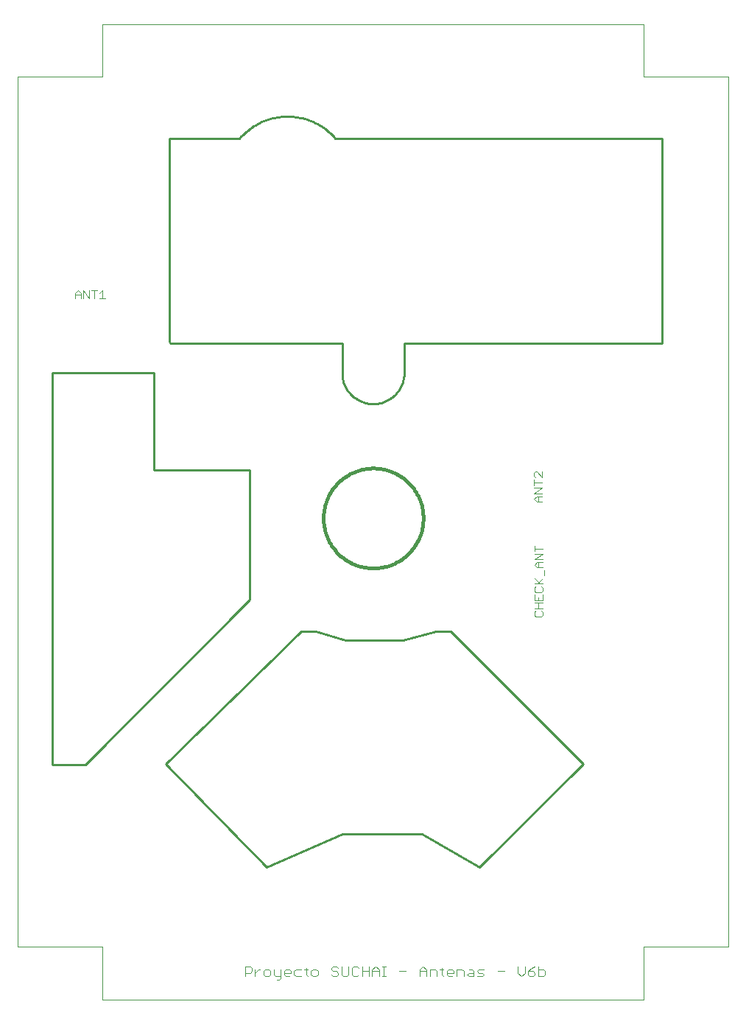
<source format=gto>
G75*
%MOIN*%
%OFA0B0*%
%FSLAX24Y24*%
%IPPOS*%
%LPD*%
%AMOC8*
5,1,8,0,0,1.08239X$1,22.5*
%
%ADD10C,0.0000*%
%ADD11C,0.0100*%
%ADD12C,0.0160*%
%ADD13C,0.0040*%
%ADD14C,0.0030*%
D10*
X000100Y002483D02*
X000100Y041849D01*
X003939Y041849D01*
X003941Y041849D01*
X003941Y044233D01*
X028437Y044233D01*
X028437Y041849D01*
X032277Y041849D01*
X032277Y002484D01*
X028437Y002484D01*
X028437Y000100D01*
X028437Y000100D01*
X003941Y000100D01*
X003941Y002484D01*
X000100Y002484D01*
X000100Y002483D02*
X000103Y002483D01*
X003939Y041849D02*
X003941Y041849D01*
X032139Y041852D02*
X032277Y041849D01*
D11*
X029234Y039076D02*
X014470Y039076D01*
X014401Y039154D01*
X014328Y039229D01*
X014253Y039302D01*
X014175Y039371D01*
X014095Y039438D01*
X014012Y039502D01*
X013927Y039563D01*
X013840Y039621D01*
X013751Y039675D01*
X013659Y039726D01*
X013566Y039774D01*
X013472Y039818D01*
X013376Y039859D01*
X013278Y039896D01*
X013179Y039930D01*
X013079Y039960D01*
X012978Y039987D01*
X012876Y040009D01*
X012773Y040028D01*
X012670Y040044D01*
X012566Y040055D01*
X012462Y040063D01*
X012357Y040067D01*
X012253Y040067D01*
X012148Y040063D01*
X012044Y040055D01*
X011940Y040044D01*
X011837Y040028D01*
X011734Y040009D01*
X011632Y039987D01*
X011531Y039960D01*
X011431Y039930D01*
X011332Y039896D01*
X011234Y039859D01*
X011138Y039818D01*
X011044Y039774D01*
X010951Y039726D01*
X010859Y039675D01*
X010770Y039621D01*
X010683Y039563D01*
X010598Y039502D01*
X010515Y039438D01*
X010435Y039371D01*
X010357Y039302D01*
X010282Y039229D01*
X010209Y039154D01*
X010140Y039076D01*
X010139Y039076D02*
X006990Y039076D01*
X006950Y039050D02*
X006950Y029850D01*
X007000Y029800D02*
X014800Y029800D01*
X014800Y028350D01*
X014786Y028328D02*
X014795Y028255D01*
X014808Y028182D01*
X014825Y028110D01*
X014845Y028040D01*
X014870Y027970D01*
X014898Y027901D01*
X014929Y027835D01*
X014964Y027770D01*
X015002Y027706D01*
X015044Y027645D01*
X015088Y027587D01*
X015136Y027530D01*
X015187Y027477D01*
X015240Y027426D01*
X015296Y027378D01*
X015355Y027332D01*
X015415Y027290D01*
X015478Y027252D01*
X015543Y027216D01*
X015610Y027184D01*
X015678Y027156D01*
X015747Y027131D01*
X015818Y027110D01*
X015890Y027093D01*
X015962Y027079D01*
X016036Y027070D01*
X016109Y027064D01*
X016183Y027062D01*
X016257Y027064D01*
X016330Y027070D01*
X016404Y027079D01*
X016476Y027093D01*
X016548Y027110D01*
X016619Y027131D01*
X016688Y027156D01*
X016756Y027184D01*
X016823Y027216D01*
X016888Y027252D01*
X016951Y027290D01*
X017011Y027332D01*
X017070Y027378D01*
X017126Y027426D01*
X017179Y027477D01*
X017230Y027530D01*
X017278Y027587D01*
X017322Y027645D01*
X017364Y027706D01*
X017402Y027770D01*
X017437Y027835D01*
X017468Y027901D01*
X017496Y027970D01*
X017521Y028040D01*
X017541Y028110D01*
X017558Y028182D01*
X017571Y028255D01*
X017580Y028328D01*
X017600Y028350D02*
X017600Y029800D01*
X029250Y029800D01*
X029250Y039050D01*
X019704Y016776D02*
X019031Y016776D01*
X017532Y016352D01*
X014943Y016352D01*
X013589Y016776D01*
X012919Y016776D01*
X006793Y010769D01*
X011368Y006104D01*
X014784Y007601D01*
X018384Y007601D01*
X021009Y006104D01*
X025691Y010769D01*
X019704Y016776D01*
X010609Y018182D02*
X010609Y024072D01*
X006257Y024072D01*
X006257Y028450D01*
X001678Y028450D01*
X001678Y010733D01*
X003163Y010733D01*
X010609Y018182D01*
D12*
X013930Y021887D02*
X013932Y021982D01*
X013938Y022076D01*
X013948Y022170D01*
X013962Y022264D01*
X013979Y022357D01*
X014001Y022449D01*
X014027Y022541D01*
X014056Y022631D01*
X014089Y022719D01*
X014125Y022807D01*
X014166Y022892D01*
X014210Y022976D01*
X014257Y023058D01*
X014308Y023138D01*
X014362Y023216D01*
X014419Y023291D01*
X014479Y023364D01*
X014543Y023435D01*
X014609Y023502D01*
X014678Y023567D01*
X014750Y023629D01*
X014824Y023688D01*
X014901Y023744D01*
X014979Y023796D01*
X015060Y023845D01*
X015143Y023891D01*
X015228Y023933D01*
X015315Y023971D01*
X015403Y024006D01*
X015492Y024037D01*
X015583Y024065D01*
X015675Y024088D01*
X015767Y024108D01*
X015861Y024124D01*
X015955Y024136D01*
X016049Y024144D01*
X016144Y024148D01*
X016238Y024148D01*
X016333Y024144D01*
X016427Y024136D01*
X016521Y024124D01*
X016615Y024108D01*
X016707Y024088D01*
X016799Y024065D01*
X016890Y024037D01*
X016979Y024006D01*
X017067Y023971D01*
X017154Y023933D01*
X017239Y023891D01*
X017321Y023845D01*
X017403Y023796D01*
X017481Y023744D01*
X017558Y023688D01*
X017632Y023629D01*
X017704Y023567D01*
X017773Y023502D01*
X017839Y023435D01*
X017903Y023364D01*
X017963Y023291D01*
X018020Y023216D01*
X018074Y023138D01*
X018125Y023058D01*
X018172Y022976D01*
X018216Y022892D01*
X018257Y022807D01*
X018293Y022719D01*
X018326Y022631D01*
X018355Y022541D01*
X018381Y022449D01*
X018403Y022357D01*
X018420Y022264D01*
X018434Y022170D01*
X018444Y022076D01*
X018450Y021982D01*
X018452Y021887D01*
X018450Y021792D01*
X018444Y021698D01*
X018434Y021604D01*
X018420Y021510D01*
X018403Y021417D01*
X018381Y021325D01*
X018355Y021233D01*
X018326Y021143D01*
X018293Y021055D01*
X018257Y020967D01*
X018216Y020882D01*
X018172Y020798D01*
X018125Y020716D01*
X018074Y020636D01*
X018020Y020558D01*
X017963Y020483D01*
X017903Y020410D01*
X017839Y020339D01*
X017773Y020272D01*
X017704Y020207D01*
X017632Y020145D01*
X017558Y020086D01*
X017481Y020030D01*
X017403Y019978D01*
X017322Y019929D01*
X017239Y019883D01*
X017154Y019841D01*
X017067Y019803D01*
X016979Y019768D01*
X016890Y019737D01*
X016799Y019709D01*
X016707Y019686D01*
X016615Y019666D01*
X016521Y019650D01*
X016427Y019638D01*
X016333Y019630D01*
X016238Y019626D01*
X016144Y019626D01*
X016049Y019630D01*
X015955Y019638D01*
X015861Y019650D01*
X015767Y019666D01*
X015675Y019686D01*
X015583Y019709D01*
X015492Y019737D01*
X015403Y019768D01*
X015315Y019803D01*
X015228Y019841D01*
X015143Y019883D01*
X015061Y019929D01*
X014979Y019978D01*
X014901Y020030D01*
X014824Y020086D01*
X014750Y020145D01*
X014678Y020207D01*
X014609Y020272D01*
X014543Y020339D01*
X014479Y020410D01*
X014419Y020483D01*
X014362Y020558D01*
X014308Y020636D01*
X014257Y020716D01*
X014210Y020798D01*
X014166Y020882D01*
X014125Y020967D01*
X014089Y021055D01*
X014056Y021143D01*
X014027Y021233D01*
X014001Y021325D01*
X013979Y021417D01*
X013962Y021510D01*
X013948Y021604D01*
X013938Y021698D01*
X013932Y021792D01*
X013930Y021887D01*
D13*
X014375Y001613D02*
X014298Y001537D01*
X014298Y001460D01*
X014375Y001383D01*
X014528Y001383D01*
X014605Y001307D01*
X014605Y001230D01*
X014528Y001153D01*
X014375Y001153D01*
X014298Y001230D01*
X014375Y001613D02*
X014528Y001613D01*
X014605Y001537D01*
X014759Y001613D02*
X014759Y001230D01*
X014835Y001153D01*
X014989Y001153D01*
X015066Y001230D01*
X015066Y001613D01*
X015219Y001537D02*
X015219Y001230D01*
X015296Y001153D01*
X015449Y001153D01*
X015526Y001230D01*
X015679Y001153D02*
X015679Y001613D01*
X015526Y001537D02*
X015449Y001613D01*
X015296Y001613D01*
X015219Y001537D01*
X015679Y001383D02*
X015986Y001383D01*
X016140Y001383D02*
X016447Y001383D01*
X016447Y001460D02*
X016447Y001153D01*
X016600Y001153D02*
X016754Y001153D01*
X016677Y001153D02*
X016677Y001613D01*
X016600Y001613D02*
X016754Y001613D01*
X016447Y001460D02*
X016293Y001613D01*
X016140Y001460D01*
X016140Y001153D01*
X015986Y001153D02*
X015986Y001613D01*
X017368Y001383D02*
X017674Y001383D01*
X018288Y001383D02*
X018595Y001383D01*
X018595Y001460D02*
X018595Y001153D01*
X018749Y001153D02*
X018749Y001460D01*
X018979Y001460D01*
X019056Y001383D01*
X019056Y001153D01*
X019286Y001230D02*
X019286Y001537D01*
X019209Y001460D02*
X019363Y001460D01*
X019516Y001383D02*
X019516Y001230D01*
X019593Y001153D01*
X019746Y001153D01*
X019823Y001307D02*
X019516Y001307D01*
X019516Y001383D02*
X019593Y001460D01*
X019746Y001460D01*
X019823Y001383D01*
X019823Y001307D01*
X019976Y001460D02*
X019976Y001153D01*
X019976Y001460D02*
X020207Y001460D01*
X020283Y001383D01*
X020283Y001153D01*
X020437Y001230D02*
X020514Y001307D01*
X020744Y001307D01*
X020744Y001383D02*
X020744Y001153D01*
X020514Y001153D01*
X020437Y001230D01*
X020514Y001460D02*
X020667Y001460D01*
X020744Y001383D01*
X020897Y001383D02*
X020974Y001460D01*
X021204Y001460D01*
X021127Y001307D02*
X020974Y001307D01*
X020897Y001383D01*
X020897Y001153D02*
X021127Y001153D01*
X021204Y001230D01*
X021127Y001307D01*
X021818Y001383D02*
X022125Y001383D01*
X022739Y001307D02*
X022892Y001153D01*
X023046Y001307D01*
X023046Y001613D01*
X023199Y001383D02*
X023429Y001383D01*
X023506Y001307D01*
X023506Y001230D01*
X023429Y001153D01*
X023276Y001153D01*
X023199Y001230D01*
X023199Y001383D01*
X023353Y001537D01*
X023506Y001613D01*
X023660Y001613D02*
X023660Y001153D01*
X023890Y001153D01*
X023967Y001230D01*
X023967Y001383D01*
X023890Y001460D01*
X023660Y001460D01*
X022739Y001613D02*
X022739Y001307D01*
X019363Y001153D02*
X019286Y001230D01*
X018595Y001460D02*
X018442Y001613D01*
X018288Y001460D01*
X018288Y001153D01*
X013684Y001230D02*
X013684Y001383D01*
X013608Y001460D01*
X013454Y001460D01*
X013377Y001383D01*
X013377Y001230D01*
X013454Y001153D01*
X013608Y001153D01*
X013684Y001230D01*
X013224Y001153D02*
X013147Y001230D01*
X013147Y001537D01*
X013071Y001460D02*
X013224Y001460D01*
X012917Y001460D02*
X012687Y001460D01*
X012610Y001383D01*
X012610Y001230D01*
X012687Y001153D01*
X012917Y001153D01*
X012457Y001307D02*
X012457Y001383D01*
X012380Y001460D01*
X012226Y001460D01*
X012150Y001383D01*
X012150Y001230D01*
X012226Y001153D01*
X012380Y001153D01*
X012457Y001307D02*
X012150Y001307D01*
X011996Y001460D02*
X011996Y001076D01*
X011920Y001000D01*
X011843Y001000D01*
X011766Y001153D02*
X011996Y001153D01*
X011766Y001153D02*
X011689Y001230D01*
X011689Y001460D01*
X011536Y001383D02*
X011536Y001230D01*
X011459Y001153D01*
X011306Y001153D01*
X011229Y001230D01*
X011229Y001383D01*
X011306Y001460D01*
X011459Y001460D01*
X011536Y001383D01*
X011076Y001460D02*
X010999Y001460D01*
X010845Y001307D01*
X010845Y001460D02*
X010845Y001153D01*
X010692Y001383D02*
X010615Y001307D01*
X010385Y001307D01*
X010385Y001153D02*
X010385Y001613D01*
X010615Y001613D01*
X010692Y001537D01*
X010692Y001383D01*
D14*
X023545Y017441D02*
X023792Y017441D01*
X023853Y017503D01*
X023853Y017627D01*
X023792Y017688D01*
X023853Y017810D02*
X023483Y017810D01*
X023545Y017688D02*
X023483Y017627D01*
X023483Y017503D01*
X023545Y017441D01*
X023668Y017810D02*
X023668Y018057D01*
X023668Y018178D02*
X023668Y018301D01*
X023483Y018178D02*
X023853Y018178D01*
X023853Y018425D01*
X023792Y018546D02*
X023853Y018608D01*
X023853Y018732D01*
X023792Y018793D01*
X023853Y018915D02*
X023483Y018915D01*
X023545Y018793D02*
X023483Y018732D01*
X023483Y018608D01*
X023545Y018546D01*
X023792Y018546D01*
X023483Y018425D02*
X023483Y018178D01*
X023483Y018057D02*
X023853Y018057D01*
X023730Y018915D02*
X023483Y019162D01*
X023668Y018976D02*
X023853Y019162D01*
X023915Y019283D02*
X023915Y019530D01*
X023853Y019651D02*
X023607Y019651D01*
X023483Y019775D01*
X023607Y019898D01*
X023853Y019898D01*
X023853Y020020D02*
X023483Y020020D01*
X023853Y020267D01*
X023483Y020267D01*
X023483Y020388D02*
X023483Y020635D01*
X023483Y020511D02*
X023853Y020511D01*
X023668Y019898D02*
X023668Y019651D01*
X023650Y022632D02*
X023650Y022879D01*
X023589Y022879D02*
X023836Y022879D01*
X023836Y023000D02*
X023465Y023000D01*
X023836Y023247D01*
X023465Y023247D01*
X023465Y023369D02*
X023465Y023615D01*
X023465Y023492D02*
X023836Y023492D01*
X023836Y023737D02*
X023589Y023984D01*
X023527Y023984D01*
X023465Y023922D01*
X023465Y023799D01*
X023527Y023737D01*
X023836Y023737D02*
X023836Y023984D01*
X023589Y022879D02*
X023465Y022755D01*
X023589Y022632D01*
X023836Y022632D01*
X004057Y031819D02*
X003810Y031819D01*
X003933Y031819D02*
X003933Y032189D01*
X003810Y032066D01*
X003688Y032189D02*
X003441Y032189D01*
X003320Y032189D02*
X003320Y031819D01*
X003073Y032189D01*
X003073Y031819D01*
X002952Y031819D02*
X002952Y032066D01*
X002828Y032189D01*
X002705Y032066D01*
X002705Y031819D01*
X002705Y032004D02*
X002952Y032004D01*
X003565Y031819D02*
X003565Y032189D01*
M02*

</source>
